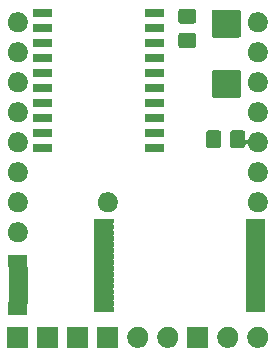
<source format=gbr>
G04 #@! TF.GenerationSoftware,KiCad,Pcbnew,(5.1.5)-3*
G04 #@! TF.CreationDate,2021-02-17T22:29:51-05:00*
G04 #@! TF.ProjectId,c128-sram256KB,63313238-2d73-4726-916d-3235364b422e,rev?*
G04 #@! TF.SameCoordinates,Original*
G04 #@! TF.FileFunction,Soldermask,Top*
G04 #@! TF.FilePolarity,Negative*
%FSLAX46Y46*%
G04 Gerber Fmt 4.6, Leading zero omitted, Abs format (unit mm)*
G04 Created by KiCad (PCBNEW (5.1.5)-3) date 2021-02-17 22:29:51*
%MOMM*%
%LPD*%
G04 APERTURE LIST*
%ADD10C,0.100000*%
G04 APERTURE END LIST*
D10*
G36*
X74422000Y-120269000D02*
G01*
X72898000Y-120269000D01*
X72898000Y-117221000D01*
X74422000Y-117221000D01*
X74422000Y-120269000D01*
G37*
X74422000Y-120269000D02*
X72898000Y-120269000D01*
X72898000Y-117221000D01*
X74422000Y-117221000D01*
X74422000Y-120269000D01*
G36*
X79641000Y-124091000D02*
G01*
X77839000Y-124091000D01*
X77839000Y-122289000D01*
X79641000Y-122289000D01*
X79641000Y-124091000D01*
G37*
G36*
X91553512Y-122293927D02*
G01*
X91702812Y-122323624D01*
X91866784Y-122391544D01*
X92014354Y-122490147D01*
X92139853Y-122615646D01*
X92238456Y-122763216D01*
X92306376Y-122927188D01*
X92341000Y-123101259D01*
X92341000Y-123278741D01*
X92306376Y-123452812D01*
X92238456Y-123616784D01*
X92139853Y-123764354D01*
X92014354Y-123889853D01*
X91866784Y-123988456D01*
X91702812Y-124056376D01*
X91553512Y-124086073D01*
X91528742Y-124091000D01*
X91351258Y-124091000D01*
X91326488Y-124086073D01*
X91177188Y-124056376D01*
X91013216Y-123988456D01*
X90865646Y-123889853D01*
X90740147Y-123764354D01*
X90641544Y-123616784D01*
X90573624Y-123452812D01*
X90539000Y-123278741D01*
X90539000Y-123101259D01*
X90573624Y-122927188D01*
X90641544Y-122763216D01*
X90740147Y-122615646D01*
X90865646Y-122490147D01*
X91013216Y-122391544D01*
X91177188Y-122323624D01*
X91326488Y-122293927D01*
X91351258Y-122289000D01*
X91528742Y-122289000D01*
X91553512Y-122293927D01*
G37*
G36*
X89801000Y-124091000D02*
G01*
X87999000Y-124091000D01*
X87999000Y-122289000D01*
X89801000Y-122289000D01*
X89801000Y-124091000D01*
G37*
G36*
X86473512Y-122293927D02*
G01*
X86622812Y-122323624D01*
X86786784Y-122391544D01*
X86934354Y-122490147D01*
X87059853Y-122615646D01*
X87158456Y-122763216D01*
X87226376Y-122927188D01*
X87261000Y-123101259D01*
X87261000Y-123278741D01*
X87226376Y-123452812D01*
X87158456Y-123616784D01*
X87059853Y-123764354D01*
X86934354Y-123889853D01*
X86786784Y-123988456D01*
X86622812Y-124056376D01*
X86473512Y-124086073D01*
X86448742Y-124091000D01*
X86271258Y-124091000D01*
X86246488Y-124086073D01*
X86097188Y-124056376D01*
X85933216Y-123988456D01*
X85785646Y-123889853D01*
X85660147Y-123764354D01*
X85561544Y-123616784D01*
X85493624Y-123452812D01*
X85459000Y-123278741D01*
X85459000Y-123101259D01*
X85493624Y-122927188D01*
X85561544Y-122763216D01*
X85660147Y-122615646D01*
X85785646Y-122490147D01*
X85933216Y-122391544D01*
X86097188Y-122323624D01*
X86246488Y-122293927D01*
X86271258Y-122289000D01*
X86448742Y-122289000D01*
X86473512Y-122293927D01*
G37*
G36*
X94093512Y-122293927D02*
G01*
X94242812Y-122323624D01*
X94406784Y-122391544D01*
X94554354Y-122490147D01*
X94679853Y-122615646D01*
X94778456Y-122763216D01*
X94846376Y-122927188D01*
X94881000Y-123101259D01*
X94881000Y-123278741D01*
X94846376Y-123452812D01*
X94778456Y-123616784D01*
X94679853Y-123764354D01*
X94554354Y-123889853D01*
X94406784Y-123988456D01*
X94242812Y-124056376D01*
X94093512Y-124086073D01*
X94068742Y-124091000D01*
X93891258Y-124091000D01*
X93866488Y-124086073D01*
X93717188Y-124056376D01*
X93553216Y-123988456D01*
X93405646Y-123889853D01*
X93280147Y-123764354D01*
X93181544Y-123616784D01*
X93113624Y-123452812D01*
X93079000Y-123278741D01*
X93079000Y-123101259D01*
X93113624Y-122927188D01*
X93181544Y-122763216D01*
X93280147Y-122615646D01*
X93405646Y-122490147D01*
X93553216Y-122391544D01*
X93717188Y-122323624D01*
X93866488Y-122293927D01*
X93891258Y-122289000D01*
X94068742Y-122289000D01*
X94093512Y-122293927D01*
G37*
G36*
X82181000Y-124091000D02*
G01*
X80379000Y-124091000D01*
X80379000Y-122289000D01*
X82181000Y-122289000D01*
X82181000Y-124091000D01*
G37*
G36*
X74561000Y-124091000D02*
G01*
X72759000Y-124091000D01*
X72759000Y-122289000D01*
X74561000Y-122289000D01*
X74561000Y-124091000D01*
G37*
G36*
X77101000Y-124091000D02*
G01*
X75299000Y-124091000D01*
X75299000Y-122289000D01*
X77101000Y-122289000D01*
X77101000Y-124091000D01*
G37*
G36*
X83933512Y-122293927D02*
G01*
X84082812Y-122323624D01*
X84246784Y-122391544D01*
X84394354Y-122490147D01*
X84519853Y-122615646D01*
X84618456Y-122763216D01*
X84686376Y-122927188D01*
X84721000Y-123101259D01*
X84721000Y-123278741D01*
X84686376Y-123452812D01*
X84618456Y-123616784D01*
X84519853Y-123764354D01*
X84394354Y-123889853D01*
X84246784Y-123988456D01*
X84082812Y-124056376D01*
X83933512Y-124086073D01*
X83908742Y-124091000D01*
X83731258Y-124091000D01*
X83706488Y-124086073D01*
X83557188Y-124056376D01*
X83393216Y-123988456D01*
X83245646Y-123889853D01*
X83120147Y-123764354D01*
X83021544Y-123616784D01*
X82953624Y-123452812D01*
X82919000Y-123278741D01*
X82919000Y-123101259D01*
X82953624Y-122927188D01*
X83021544Y-122763216D01*
X83120147Y-122615646D01*
X83245646Y-122490147D01*
X83393216Y-122391544D01*
X83557188Y-122323624D01*
X83706488Y-122293927D01*
X83731258Y-122289000D01*
X83908742Y-122289000D01*
X83933512Y-122293927D01*
G37*
G36*
X74410000Y-120119911D02*
G01*
X74412402Y-120144297D01*
X74419515Y-120167746D01*
X74431066Y-120189357D01*
X74438456Y-120199310D01*
X74446199Y-120208725D01*
X74452581Y-120216484D01*
X74457326Y-120225339D01*
X74457326Y-120225340D01*
X74460242Y-120234915D01*
X74460242Y-120234918D01*
X74460252Y-120234950D01*
X74461247Y-120245000D01*
X74461247Y-120245065D01*
X74461852Y-120251175D01*
X74461852Y-121238860D01*
X74460263Y-121254999D01*
X74457348Y-121264608D01*
X74452610Y-121273472D01*
X74446237Y-121281237D01*
X74438472Y-121287610D01*
X74429608Y-121292348D01*
X74419999Y-121295263D01*
X74403860Y-121296852D01*
X72916140Y-121296852D01*
X72900001Y-121295263D01*
X72890392Y-121292348D01*
X72881528Y-121287610D01*
X72873763Y-121281237D01*
X72867390Y-121273472D01*
X72862652Y-121264608D01*
X72859737Y-121254999D01*
X72858148Y-121238860D01*
X72858148Y-120251140D01*
X72859737Y-120235001D01*
X72862652Y-120225392D01*
X72867390Y-120216528D01*
X72881258Y-120199630D01*
X72881347Y-120199541D01*
X72881423Y-120199429D01*
X72881575Y-120199243D01*
X72881557Y-120199229D01*
X72895033Y-120179214D01*
X72904489Y-120156608D01*
X72909354Y-120132592D01*
X72910000Y-120119903D01*
X72910000Y-119195000D01*
X74410000Y-119195000D01*
X74410000Y-120119911D01*
G37*
G36*
X81746295Y-113144323D02*
G01*
X81753310Y-113146451D01*
X81759776Y-113149908D01*
X81765442Y-113154558D01*
X81770092Y-113160224D01*
X81773549Y-113166690D01*
X81775677Y-113173705D01*
X81777000Y-113187140D01*
X81777000Y-113500860D01*
X81775677Y-113514295D01*
X81773549Y-113521309D01*
X81766190Y-113535077D01*
X81756813Y-113557716D01*
X81752033Y-113581749D01*
X81752033Y-113606253D01*
X81756814Y-113630286D01*
X81766190Y-113652923D01*
X81773549Y-113666691D01*
X81775677Y-113673705D01*
X81777000Y-113687140D01*
X81777000Y-114000860D01*
X81775677Y-114014295D01*
X81773549Y-114021309D01*
X81766190Y-114035077D01*
X81756813Y-114057716D01*
X81752033Y-114081749D01*
X81752033Y-114106253D01*
X81756814Y-114130286D01*
X81766190Y-114152923D01*
X81773549Y-114166691D01*
X81775677Y-114173705D01*
X81777000Y-114187140D01*
X81777000Y-114500860D01*
X81775677Y-114514295D01*
X81773549Y-114521309D01*
X81766190Y-114535077D01*
X81756813Y-114557716D01*
X81752033Y-114581749D01*
X81752033Y-114606253D01*
X81756814Y-114630286D01*
X81766190Y-114652923D01*
X81773549Y-114666691D01*
X81775677Y-114673705D01*
X81777000Y-114687140D01*
X81777000Y-115000860D01*
X81775677Y-115014295D01*
X81773549Y-115021309D01*
X81766190Y-115035077D01*
X81756813Y-115057716D01*
X81752033Y-115081749D01*
X81752033Y-115106253D01*
X81756814Y-115130286D01*
X81766190Y-115152923D01*
X81773549Y-115166691D01*
X81775677Y-115173705D01*
X81777000Y-115187140D01*
X81777000Y-115500860D01*
X81775677Y-115514295D01*
X81773549Y-115521309D01*
X81766190Y-115535077D01*
X81756813Y-115557716D01*
X81752033Y-115581749D01*
X81752033Y-115606253D01*
X81756814Y-115630286D01*
X81766190Y-115652923D01*
X81773549Y-115666691D01*
X81775677Y-115673705D01*
X81777000Y-115687140D01*
X81777000Y-116000860D01*
X81775677Y-116014295D01*
X81773549Y-116021309D01*
X81766190Y-116035077D01*
X81756813Y-116057716D01*
X81752033Y-116081749D01*
X81752033Y-116106253D01*
X81756814Y-116130286D01*
X81766190Y-116152923D01*
X81773549Y-116166691D01*
X81775677Y-116173705D01*
X81777000Y-116187140D01*
X81777000Y-116500860D01*
X81775677Y-116514295D01*
X81773549Y-116521309D01*
X81766190Y-116535077D01*
X81756813Y-116557716D01*
X81752033Y-116581749D01*
X81752033Y-116606253D01*
X81756814Y-116630286D01*
X81766190Y-116652923D01*
X81773549Y-116666691D01*
X81775677Y-116673705D01*
X81777000Y-116687140D01*
X81777000Y-117000860D01*
X81775677Y-117014295D01*
X81773549Y-117021309D01*
X81766190Y-117035077D01*
X81756813Y-117057716D01*
X81752033Y-117081749D01*
X81752033Y-117106253D01*
X81756814Y-117130286D01*
X81766190Y-117152923D01*
X81773549Y-117166691D01*
X81775677Y-117173705D01*
X81777000Y-117187140D01*
X81777000Y-117500860D01*
X81775677Y-117514295D01*
X81773549Y-117521309D01*
X81766190Y-117535077D01*
X81756813Y-117557716D01*
X81752033Y-117581749D01*
X81752033Y-117606253D01*
X81756814Y-117630286D01*
X81766190Y-117652923D01*
X81773549Y-117666691D01*
X81775677Y-117673705D01*
X81777000Y-117687140D01*
X81777000Y-118000860D01*
X81775677Y-118014295D01*
X81773549Y-118021309D01*
X81766190Y-118035077D01*
X81756813Y-118057716D01*
X81752033Y-118081749D01*
X81752033Y-118106253D01*
X81756814Y-118130286D01*
X81766190Y-118152923D01*
X81773549Y-118166691D01*
X81775677Y-118173705D01*
X81777000Y-118187140D01*
X81777000Y-118500860D01*
X81775677Y-118514295D01*
X81773549Y-118521309D01*
X81766190Y-118535077D01*
X81756813Y-118557716D01*
X81752033Y-118581749D01*
X81752033Y-118606253D01*
X81756814Y-118630286D01*
X81766190Y-118652923D01*
X81773549Y-118666691D01*
X81775677Y-118673705D01*
X81777000Y-118687140D01*
X81777000Y-119000860D01*
X81775677Y-119014295D01*
X81773549Y-119021309D01*
X81766190Y-119035077D01*
X81756813Y-119057716D01*
X81752033Y-119081749D01*
X81752033Y-119106253D01*
X81756814Y-119130286D01*
X81766190Y-119152923D01*
X81773549Y-119166691D01*
X81775677Y-119173705D01*
X81777000Y-119187140D01*
X81777000Y-119500860D01*
X81775677Y-119514295D01*
X81773549Y-119521309D01*
X81766190Y-119535077D01*
X81756813Y-119557716D01*
X81752033Y-119581749D01*
X81752033Y-119606253D01*
X81756814Y-119630286D01*
X81766190Y-119652923D01*
X81773549Y-119666691D01*
X81775677Y-119673705D01*
X81777000Y-119687140D01*
X81777000Y-120000860D01*
X81775677Y-120014295D01*
X81773549Y-120021309D01*
X81766190Y-120035077D01*
X81756813Y-120057716D01*
X81752033Y-120081749D01*
X81752033Y-120106253D01*
X81756814Y-120130286D01*
X81766190Y-120152923D01*
X81773549Y-120166691D01*
X81775677Y-120173705D01*
X81777000Y-120187140D01*
X81777000Y-120500860D01*
X81775677Y-120514295D01*
X81773549Y-120521309D01*
X81766190Y-120535077D01*
X81756813Y-120557716D01*
X81752033Y-120581749D01*
X81752033Y-120606253D01*
X81756814Y-120630286D01*
X81766190Y-120652923D01*
X81773549Y-120666691D01*
X81775677Y-120673705D01*
X81777000Y-120687140D01*
X81777000Y-121000860D01*
X81775677Y-121014295D01*
X81773549Y-121021310D01*
X81770092Y-121027776D01*
X81765442Y-121033442D01*
X81759776Y-121038092D01*
X81753310Y-121041549D01*
X81746295Y-121043677D01*
X81732860Y-121045000D01*
X80169140Y-121045000D01*
X80155705Y-121043677D01*
X80148690Y-121041549D01*
X80142224Y-121038092D01*
X80136558Y-121033442D01*
X80131908Y-121027776D01*
X80128451Y-121021310D01*
X80126323Y-121014295D01*
X80125000Y-121000860D01*
X80125000Y-120687140D01*
X80126323Y-120673705D01*
X80128451Y-120666691D01*
X80135810Y-120652923D01*
X80145187Y-120630284D01*
X80149967Y-120606251D01*
X80149967Y-120581747D01*
X80145186Y-120557714D01*
X80135810Y-120535077D01*
X80128451Y-120521309D01*
X80126323Y-120514295D01*
X80125000Y-120500860D01*
X80125000Y-120187140D01*
X80126323Y-120173705D01*
X80128451Y-120166691D01*
X80135810Y-120152923D01*
X80145187Y-120130284D01*
X80149967Y-120106251D01*
X80149967Y-120081747D01*
X80145186Y-120057714D01*
X80135810Y-120035077D01*
X80128451Y-120021309D01*
X80126323Y-120014295D01*
X80125000Y-120000860D01*
X80125000Y-119687140D01*
X80126323Y-119673705D01*
X80128451Y-119666691D01*
X80135810Y-119652923D01*
X80145187Y-119630284D01*
X80149967Y-119606251D01*
X80149967Y-119581747D01*
X80145186Y-119557714D01*
X80135810Y-119535077D01*
X80128451Y-119521309D01*
X80126323Y-119514295D01*
X80125000Y-119500860D01*
X80125000Y-119187140D01*
X80126323Y-119173705D01*
X80128451Y-119166691D01*
X80135810Y-119152923D01*
X80145187Y-119130284D01*
X80149967Y-119106251D01*
X80149967Y-119081747D01*
X80145186Y-119057714D01*
X80135810Y-119035077D01*
X80128451Y-119021309D01*
X80126323Y-119014295D01*
X80125000Y-119000860D01*
X80125000Y-118687140D01*
X80126323Y-118673705D01*
X80128451Y-118666691D01*
X80135810Y-118652923D01*
X80145187Y-118630284D01*
X80149967Y-118606251D01*
X80149967Y-118581747D01*
X80145186Y-118557714D01*
X80135810Y-118535077D01*
X80128451Y-118521309D01*
X80126323Y-118514295D01*
X80125000Y-118500860D01*
X80125000Y-118187140D01*
X80126323Y-118173705D01*
X80128451Y-118166691D01*
X80135810Y-118152923D01*
X80145187Y-118130284D01*
X80149967Y-118106251D01*
X80149967Y-118081747D01*
X80145186Y-118057714D01*
X80135810Y-118035077D01*
X80128451Y-118021309D01*
X80126323Y-118014295D01*
X80125000Y-118000860D01*
X80125000Y-117687140D01*
X80126323Y-117673705D01*
X80128451Y-117666691D01*
X80135810Y-117652923D01*
X80145187Y-117630284D01*
X80149967Y-117606251D01*
X80149967Y-117581747D01*
X80145186Y-117557714D01*
X80135810Y-117535077D01*
X80128451Y-117521309D01*
X80126323Y-117514295D01*
X80125000Y-117500860D01*
X80125000Y-117187140D01*
X80126323Y-117173705D01*
X80128451Y-117166691D01*
X80135810Y-117152923D01*
X80145187Y-117130284D01*
X80149967Y-117106251D01*
X80149967Y-117081747D01*
X80145186Y-117057714D01*
X80135810Y-117035077D01*
X80128451Y-117021309D01*
X80126323Y-117014295D01*
X80125000Y-117000860D01*
X80125000Y-116687140D01*
X80126323Y-116673705D01*
X80128451Y-116666691D01*
X80135810Y-116652923D01*
X80145187Y-116630284D01*
X80149967Y-116606251D01*
X80149967Y-116581747D01*
X80145186Y-116557714D01*
X80135810Y-116535077D01*
X80128451Y-116521309D01*
X80126323Y-116514295D01*
X80125000Y-116500860D01*
X80125000Y-116187140D01*
X80126323Y-116173705D01*
X80128451Y-116166691D01*
X80135810Y-116152923D01*
X80145187Y-116130284D01*
X80149967Y-116106251D01*
X80149967Y-116081747D01*
X80145186Y-116057714D01*
X80135810Y-116035077D01*
X80128451Y-116021309D01*
X80126323Y-116014295D01*
X80125000Y-116000860D01*
X80125000Y-115687140D01*
X80126323Y-115673705D01*
X80128451Y-115666691D01*
X80135810Y-115652923D01*
X80145187Y-115630284D01*
X80149967Y-115606251D01*
X80149967Y-115581747D01*
X80145186Y-115557714D01*
X80135810Y-115535077D01*
X80128451Y-115521309D01*
X80126323Y-115514295D01*
X80125000Y-115500860D01*
X80125000Y-115187140D01*
X80126323Y-115173705D01*
X80128451Y-115166691D01*
X80135810Y-115152923D01*
X80145187Y-115130284D01*
X80149967Y-115106251D01*
X80149967Y-115081747D01*
X80145186Y-115057714D01*
X80135810Y-115035077D01*
X80128451Y-115021309D01*
X80126323Y-115014295D01*
X80125000Y-115000860D01*
X80125000Y-114687140D01*
X80126323Y-114673705D01*
X80128451Y-114666691D01*
X80135810Y-114652923D01*
X80145187Y-114630284D01*
X80149967Y-114606251D01*
X80149967Y-114581747D01*
X80145186Y-114557714D01*
X80135810Y-114535077D01*
X80128451Y-114521309D01*
X80126323Y-114514295D01*
X80125000Y-114500860D01*
X80125000Y-114187140D01*
X80126323Y-114173705D01*
X80128451Y-114166691D01*
X80135810Y-114152923D01*
X80145187Y-114130284D01*
X80149967Y-114106251D01*
X80149967Y-114081747D01*
X80145186Y-114057714D01*
X80135810Y-114035077D01*
X80128451Y-114021309D01*
X80126323Y-114014295D01*
X80125000Y-114000860D01*
X80125000Y-113687140D01*
X80126323Y-113673705D01*
X80128451Y-113666691D01*
X80135810Y-113652923D01*
X80145187Y-113630284D01*
X80149967Y-113606251D01*
X80149967Y-113581747D01*
X80145186Y-113557714D01*
X80135810Y-113535077D01*
X80128451Y-113521309D01*
X80126323Y-113514295D01*
X80125000Y-113500860D01*
X80125000Y-113187140D01*
X80126323Y-113173705D01*
X80128451Y-113166690D01*
X80131908Y-113160224D01*
X80136558Y-113154558D01*
X80142224Y-113149908D01*
X80148690Y-113146451D01*
X80155705Y-113144323D01*
X80169140Y-113143000D01*
X81732860Y-113143000D01*
X81746295Y-113144323D01*
G37*
G36*
X94596295Y-113144323D02*
G01*
X94603310Y-113146451D01*
X94609776Y-113149908D01*
X94615442Y-113154558D01*
X94620092Y-113160224D01*
X94623549Y-113166690D01*
X94625677Y-113173705D01*
X94627000Y-113187140D01*
X94627000Y-113500860D01*
X94625677Y-113514295D01*
X94623549Y-113521309D01*
X94616190Y-113535077D01*
X94606813Y-113557716D01*
X94602033Y-113581749D01*
X94602033Y-113606253D01*
X94606814Y-113630286D01*
X94616190Y-113652923D01*
X94623549Y-113666691D01*
X94625677Y-113673705D01*
X94627000Y-113687140D01*
X94627000Y-114000860D01*
X94625677Y-114014295D01*
X94623549Y-114021309D01*
X94616190Y-114035077D01*
X94606813Y-114057716D01*
X94602033Y-114081749D01*
X94602033Y-114106253D01*
X94606814Y-114130286D01*
X94616190Y-114152923D01*
X94623549Y-114166691D01*
X94625677Y-114173705D01*
X94627000Y-114187140D01*
X94627000Y-114500860D01*
X94625677Y-114514295D01*
X94623549Y-114521309D01*
X94616190Y-114535077D01*
X94606813Y-114557716D01*
X94602033Y-114581749D01*
X94602033Y-114606253D01*
X94606814Y-114630286D01*
X94616190Y-114652923D01*
X94623549Y-114666691D01*
X94625677Y-114673705D01*
X94627000Y-114687140D01*
X94627000Y-115000860D01*
X94625677Y-115014295D01*
X94623549Y-115021309D01*
X94616190Y-115035077D01*
X94606813Y-115057716D01*
X94602033Y-115081749D01*
X94602033Y-115106253D01*
X94606814Y-115130286D01*
X94616190Y-115152923D01*
X94623549Y-115166691D01*
X94625677Y-115173705D01*
X94627000Y-115187140D01*
X94627000Y-115500860D01*
X94625677Y-115514295D01*
X94623549Y-115521309D01*
X94616190Y-115535077D01*
X94606813Y-115557716D01*
X94602033Y-115581749D01*
X94602033Y-115606253D01*
X94606814Y-115630286D01*
X94616190Y-115652923D01*
X94623549Y-115666691D01*
X94625677Y-115673705D01*
X94627000Y-115687140D01*
X94627000Y-116000860D01*
X94625677Y-116014295D01*
X94623549Y-116021309D01*
X94616190Y-116035077D01*
X94606813Y-116057716D01*
X94602033Y-116081749D01*
X94602033Y-116106253D01*
X94606814Y-116130286D01*
X94616190Y-116152923D01*
X94623549Y-116166691D01*
X94625677Y-116173705D01*
X94627000Y-116187140D01*
X94627000Y-116500860D01*
X94625677Y-116514295D01*
X94623549Y-116521309D01*
X94616190Y-116535077D01*
X94606813Y-116557716D01*
X94602033Y-116581749D01*
X94602033Y-116606253D01*
X94606814Y-116630286D01*
X94616190Y-116652923D01*
X94623549Y-116666691D01*
X94625677Y-116673705D01*
X94627000Y-116687140D01*
X94627000Y-117000860D01*
X94625677Y-117014295D01*
X94623549Y-117021309D01*
X94616190Y-117035077D01*
X94606813Y-117057716D01*
X94602033Y-117081749D01*
X94602033Y-117106253D01*
X94606814Y-117130286D01*
X94616190Y-117152923D01*
X94623549Y-117166691D01*
X94625677Y-117173705D01*
X94627000Y-117187140D01*
X94627000Y-117500860D01*
X94625677Y-117514295D01*
X94623549Y-117521309D01*
X94616190Y-117535077D01*
X94606813Y-117557716D01*
X94602033Y-117581749D01*
X94602033Y-117606253D01*
X94606814Y-117630286D01*
X94616190Y-117652923D01*
X94623549Y-117666691D01*
X94625677Y-117673705D01*
X94627000Y-117687140D01*
X94627000Y-118000860D01*
X94625677Y-118014295D01*
X94623549Y-118021309D01*
X94616190Y-118035077D01*
X94606813Y-118057716D01*
X94602033Y-118081749D01*
X94602033Y-118106253D01*
X94606814Y-118130286D01*
X94616190Y-118152923D01*
X94623549Y-118166691D01*
X94625677Y-118173705D01*
X94627000Y-118187140D01*
X94627000Y-118500860D01*
X94625677Y-118514295D01*
X94623549Y-118521309D01*
X94616190Y-118535077D01*
X94606813Y-118557716D01*
X94602033Y-118581749D01*
X94602033Y-118606253D01*
X94606814Y-118630286D01*
X94616190Y-118652923D01*
X94623549Y-118666691D01*
X94625677Y-118673705D01*
X94627000Y-118687140D01*
X94627000Y-119000860D01*
X94625677Y-119014295D01*
X94623549Y-119021309D01*
X94616190Y-119035077D01*
X94606813Y-119057716D01*
X94602033Y-119081749D01*
X94602033Y-119106253D01*
X94606814Y-119130286D01*
X94616190Y-119152923D01*
X94623549Y-119166691D01*
X94625677Y-119173705D01*
X94627000Y-119187140D01*
X94627000Y-119500860D01*
X94625677Y-119514295D01*
X94623549Y-119521309D01*
X94616190Y-119535077D01*
X94606813Y-119557716D01*
X94602033Y-119581749D01*
X94602033Y-119606253D01*
X94606814Y-119630286D01*
X94616190Y-119652923D01*
X94623549Y-119666691D01*
X94625677Y-119673705D01*
X94627000Y-119687140D01*
X94627000Y-120000860D01*
X94625677Y-120014295D01*
X94623549Y-120021309D01*
X94616190Y-120035077D01*
X94606813Y-120057716D01*
X94602033Y-120081749D01*
X94602033Y-120106253D01*
X94606814Y-120130286D01*
X94616190Y-120152923D01*
X94623549Y-120166691D01*
X94625677Y-120173705D01*
X94627000Y-120187140D01*
X94627000Y-120500860D01*
X94625677Y-120514295D01*
X94623549Y-120521309D01*
X94616190Y-120535077D01*
X94606813Y-120557716D01*
X94602033Y-120581749D01*
X94602033Y-120606253D01*
X94606814Y-120630286D01*
X94616190Y-120652923D01*
X94623549Y-120666691D01*
X94625677Y-120673705D01*
X94627000Y-120687140D01*
X94627000Y-121000860D01*
X94625677Y-121014295D01*
X94623549Y-121021310D01*
X94620092Y-121027776D01*
X94615442Y-121033442D01*
X94609776Y-121038092D01*
X94603310Y-121041549D01*
X94596295Y-121043677D01*
X94582860Y-121045000D01*
X93019140Y-121045000D01*
X93005705Y-121043677D01*
X92998690Y-121041549D01*
X92992224Y-121038092D01*
X92986558Y-121033442D01*
X92981908Y-121027776D01*
X92978451Y-121021310D01*
X92976323Y-121014295D01*
X92975000Y-121000860D01*
X92975000Y-120687140D01*
X92976323Y-120673705D01*
X92978451Y-120666691D01*
X92985810Y-120652923D01*
X92995187Y-120630284D01*
X92999967Y-120606251D01*
X92999967Y-120581747D01*
X92995186Y-120557714D01*
X92985810Y-120535077D01*
X92978451Y-120521309D01*
X92976323Y-120514295D01*
X92975000Y-120500860D01*
X92975000Y-120187140D01*
X92976323Y-120173705D01*
X92978451Y-120166691D01*
X92985810Y-120152923D01*
X92995187Y-120130284D01*
X92999967Y-120106251D01*
X92999967Y-120081747D01*
X92995186Y-120057714D01*
X92985810Y-120035077D01*
X92978451Y-120021309D01*
X92976323Y-120014295D01*
X92975000Y-120000860D01*
X92975000Y-119687140D01*
X92976323Y-119673705D01*
X92978451Y-119666691D01*
X92985810Y-119652923D01*
X92995187Y-119630284D01*
X92999967Y-119606251D01*
X92999967Y-119581747D01*
X92995186Y-119557714D01*
X92985810Y-119535077D01*
X92978451Y-119521309D01*
X92976323Y-119514295D01*
X92975000Y-119500860D01*
X92975000Y-119187140D01*
X92976323Y-119173705D01*
X92978451Y-119166691D01*
X92985810Y-119152923D01*
X92995187Y-119130284D01*
X92999967Y-119106251D01*
X92999967Y-119081747D01*
X92995186Y-119057714D01*
X92985810Y-119035077D01*
X92978451Y-119021309D01*
X92976323Y-119014295D01*
X92975000Y-119000860D01*
X92975000Y-118687140D01*
X92976323Y-118673705D01*
X92978451Y-118666691D01*
X92985810Y-118652923D01*
X92995187Y-118630284D01*
X92999967Y-118606251D01*
X92999967Y-118581747D01*
X92995186Y-118557714D01*
X92985810Y-118535077D01*
X92978451Y-118521309D01*
X92976323Y-118514295D01*
X92975000Y-118500860D01*
X92975000Y-118187140D01*
X92976323Y-118173705D01*
X92978451Y-118166691D01*
X92985810Y-118152923D01*
X92995187Y-118130284D01*
X92999967Y-118106251D01*
X92999967Y-118081747D01*
X92995186Y-118057714D01*
X92985810Y-118035077D01*
X92978451Y-118021309D01*
X92976323Y-118014295D01*
X92975000Y-118000860D01*
X92975000Y-117687140D01*
X92976323Y-117673705D01*
X92978451Y-117666691D01*
X92985810Y-117652923D01*
X92995187Y-117630284D01*
X92999967Y-117606251D01*
X92999967Y-117581747D01*
X92995186Y-117557714D01*
X92985810Y-117535077D01*
X92978451Y-117521309D01*
X92976323Y-117514295D01*
X92975000Y-117500860D01*
X92975000Y-117187140D01*
X92976323Y-117173705D01*
X92978451Y-117166691D01*
X92985810Y-117152923D01*
X92995187Y-117130284D01*
X92999967Y-117106251D01*
X92999967Y-117081747D01*
X92995186Y-117057714D01*
X92985810Y-117035077D01*
X92978451Y-117021309D01*
X92976323Y-117014295D01*
X92975000Y-117000860D01*
X92975000Y-116687140D01*
X92976323Y-116673705D01*
X92978451Y-116666691D01*
X92985810Y-116652923D01*
X92995187Y-116630284D01*
X92999967Y-116606251D01*
X92999967Y-116581747D01*
X92995186Y-116557714D01*
X92985810Y-116535077D01*
X92978451Y-116521309D01*
X92976323Y-116514295D01*
X92975000Y-116500860D01*
X92975000Y-116187140D01*
X92976323Y-116173705D01*
X92978451Y-116166691D01*
X92985810Y-116152923D01*
X92995187Y-116130284D01*
X92999967Y-116106251D01*
X92999967Y-116081747D01*
X92995186Y-116057714D01*
X92985810Y-116035077D01*
X92978451Y-116021309D01*
X92976323Y-116014295D01*
X92975000Y-116000860D01*
X92975000Y-115687140D01*
X92976323Y-115673705D01*
X92978451Y-115666691D01*
X92985810Y-115652923D01*
X92995187Y-115630284D01*
X92999967Y-115606251D01*
X92999967Y-115581747D01*
X92995186Y-115557714D01*
X92985810Y-115535077D01*
X92978451Y-115521309D01*
X92976323Y-115514295D01*
X92975000Y-115500860D01*
X92975000Y-115187140D01*
X92976323Y-115173705D01*
X92978451Y-115166691D01*
X92985810Y-115152923D01*
X92995187Y-115130284D01*
X92999967Y-115106251D01*
X92999967Y-115081747D01*
X92995186Y-115057714D01*
X92985810Y-115035077D01*
X92978451Y-115021309D01*
X92976323Y-115014295D01*
X92975000Y-115000860D01*
X92975000Y-114687140D01*
X92976323Y-114673705D01*
X92978451Y-114666691D01*
X92985810Y-114652923D01*
X92995187Y-114630284D01*
X92999967Y-114606251D01*
X92999967Y-114581747D01*
X92995186Y-114557714D01*
X92985810Y-114535077D01*
X92978451Y-114521309D01*
X92976323Y-114514295D01*
X92975000Y-114500860D01*
X92975000Y-114187140D01*
X92976323Y-114173705D01*
X92978451Y-114166691D01*
X92985810Y-114152923D01*
X92995187Y-114130284D01*
X92999967Y-114106251D01*
X92999967Y-114081747D01*
X92995186Y-114057714D01*
X92985810Y-114035077D01*
X92978451Y-114021309D01*
X92976323Y-114014295D01*
X92975000Y-114000860D01*
X92975000Y-113687140D01*
X92976323Y-113673705D01*
X92978451Y-113666691D01*
X92985810Y-113652923D01*
X92995187Y-113630284D01*
X92999967Y-113606251D01*
X92999967Y-113581747D01*
X92995186Y-113557714D01*
X92985810Y-113535077D01*
X92978451Y-113521309D01*
X92976323Y-113514295D01*
X92975000Y-113500860D01*
X92975000Y-113187140D01*
X92976323Y-113173705D01*
X92978451Y-113166690D01*
X92981908Y-113160224D01*
X92986558Y-113154558D01*
X92992224Y-113149908D01*
X92998690Y-113146451D01*
X93005705Y-113144323D01*
X93019140Y-113143000D01*
X94582860Y-113143000D01*
X94596295Y-113144323D01*
G37*
G36*
X74419999Y-116194737D02*
G01*
X74429608Y-116197652D01*
X74438472Y-116202390D01*
X74446237Y-116208763D01*
X74452610Y-116216528D01*
X74457348Y-116225392D01*
X74460263Y-116235001D01*
X74461852Y-116251140D01*
X74461852Y-117238860D01*
X74460263Y-117254999D01*
X74457348Y-117264608D01*
X74452610Y-117273472D01*
X74438742Y-117290370D01*
X74438653Y-117290459D01*
X74438577Y-117290571D01*
X74438425Y-117290757D01*
X74438443Y-117290771D01*
X74424967Y-117310786D01*
X74415511Y-117333392D01*
X74410646Y-117357408D01*
X74410000Y-117370089D01*
X74410000Y-118295000D01*
X72910000Y-118295000D01*
X72910000Y-117370089D01*
X72907598Y-117345703D01*
X72900485Y-117322254D01*
X72888934Y-117300643D01*
X72881544Y-117290690D01*
X72873439Y-117280835D01*
X72867419Y-117273516D01*
X72862674Y-117264661D01*
X72861749Y-117261623D01*
X72859758Y-117255085D01*
X72859758Y-117255082D01*
X72859748Y-117255050D01*
X72858753Y-117245000D01*
X72858753Y-117244935D01*
X72858148Y-117238825D01*
X72858148Y-116251140D01*
X72859737Y-116235001D01*
X72862652Y-116225392D01*
X72867390Y-116216528D01*
X72873763Y-116208763D01*
X72881528Y-116202390D01*
X72890392Y-116197652D01*
X72900001Y-116194737D01*
X72916140Y-116193148D01*
X74403860Y-116193148D01*
X74419999Y-116194737D01*
G37*
G36*
X73908108Y-113482863D02*
G01*
X74062980Y-113547013D01*
X74202361Y-113640145D01*
X74320895Y-113758679D01*
X74414027Y-113898060D01*
X74478177Y-114052932D01*
X74510880Y-114217344D01*
X74510880Y-114384976D01*
X74478177Y-114549388D01*
X74414027Y-114704260D01*
X74320895Y-114843641D01*
X74202361Y-114962175D01*
X74062980Y-115055307D01*
X73908108Y-115119457D01*
X73743696Y-115152160D01*
X73576064Y-115152160D01*
X73411652Y-115119457D01*
X73256780Y-115055307D01*
X73117399Y-114962175D01*
X72998865Y-114843641D01*
X72905733Y-114704260D01*
X72841583Y-114549388D01*
X72808880Y-114384976D01*
X72808880Y-114217344D01*
X72841583Y-114052932D01*
X72905733Y-113898060D01*
X72998865Y-113758679D01*
X73117399Y-113640145D01*
X73256780Y-113547013D01*
X73411652Y-113482863D01*
X73576064Y-113450160D01*
X73743696Y-113450160D01*
X73908108Y-113482863D01*
G37*
G36*
X94228108Y-110942863D02*
G01*
X94382980Y-111007013D01*
X94522361Y-111100145D01*
X94640895Y-111218679D01*
X94734027Y-111358060D01*
X94798177Y-111512932D01*
X94830880Y-111677344D01*
X94830880Y-111844976D01*
X94798177Y-112009388D01*
X94734027Y-112164260D01*
X94640895Y-112303641D01*
X94522361Y-112422175D01*
X94382980Y-112515307D01*
X94228108Y-112579457D01*
X94063696Y-112612160D01*
X93896064Y-112612160D01*
X93731652Y-112579457D01*
X93576780Y-112515307D01*
X93437399Y-112422175D01*
X93318865Y-112303641D01*
X93225733Y-112164260D01*
X93161583Y-112009388D01*
X93128880Y-111844976D01*
X93128880Y-111677344D01*
X93161583Y-111512932D01*
X93225733Y-111358060D01*
X93318865Y-111218679D01*
X93437399Y-111100145D01*
X93576780Y-111007013D01*
X93731652Y-110942863D01*
X93896064Y-110910160D01*
X94063696Y-110910160D01*
X94228108Y-110942863D01*
G37*
G36*
X73908108Y-110942863D02*
G01*
X74062980Y-111007013D01*
X74202361Y-111100145D01*
X74320895Y-111218679D01*
X74414027Y-111358060D01*
X74478177Y-111512932D01*
X74510880Y-111677344D01*
X74510880Y-111844976D01*
X74478177Y-112009388D01*
X74414027Y-112164260D01*
X74320895Y-112303641D01*
X74202361Y-112422175D01*
X74062980Y-112515307D01*
X73908108Y-112579457D01*
X73743696Y-112612160D01*
X73576064Y-112612160D01*
X73411652Y-112579457D01*
X73256780Y-112515307D01*
X73117399Y-112422175D01*
X72998865Y-112303641D01*
X72905733Y-112164260D01*
X72841583Y-112009388D01*
X72808880Y-111844976D01*
X72808880Y-111677344D01*
X72841583Y-111512932D01*
X72905733Y-111358060D01*
X72998865Y-111218679D01*
X73117399Y-111100145D01*
X73256780Y-111007013D01*
X73411652Y-110942863D01*
X73576064Y-110910160D01*
X73743696Y-110910160D01*
X73908108Y-110942863D01*
G37*
G36*
X81528108Y-110942863D02*
G01*
X81682980Y-111007013D01*
X81822361Y-111100145D01*
X81940895Y-111218679D01*
X82034027Y-111358060D01*
X82098177Y-111512932D01*
X82130880Y-111677344D01*
X82130880Y-111844976D01*
X82098177Y-112009388D01*
X82034027Y-112164260D01*
X81940895Y-112303641D01*
X81822361Y-112422175D01*
X81682980Y-112515307D01*
X81528108Y-112579457D01*
X81363696Y-112612160D01*
X81196064Y-112612160D01*
X81031652Y-112579457D01*
X80876780Y-112515307D01*
X80737399Y-112422175D01*
X80618865Y-112303641D01*
X80525733Y-112164260D01*
X80461583Y-112009388D01*
X80428880Y-111844976D01*
X80428880Y-111677344D01*
X80461583Y-111512932D01*
X80525733Y-111358060D01*
X80618865Y-111218679D01*
X80737399Y-111100145D01*
X80876780Y-111007013D01*
X81031652Y-110942863D01*
X81196064Y-110910160D01*
X81363696Y-110910160D01*
X81528108Y-110942863D01*
G37*
G36*
X73908108Y-108402863D02*
G01*
X74062980Y-108467013D01*
X74202361Y-108560145D01*
X74320895Y-108678679D01*
X74414027Y-108818060D01*
X74478177Y-108972932D01*
X74510880Y-109137344D01*
X74510880Y-109304976D01*
X74478177Y-109469388D01*
X74414027Y-109624260D01*
X74320895Y-109763641D01*
X74202361Y-109882175D01*
X74062980Y-109975307D01*
X73908108Y-110039457D01*
X73743696Y-110072160D01*
X73576064Y-110072160D01*
X73411652Y-110039457D01*
X73256780Y-109975307D01*
X73117399Y-109882175D01*
X72998865Y-109763641D01*
X72905733Y-109624260D01*
X72841583Y-109469388D01*
X72808880Y-109304976D01*
X72808880Y-109137344D01*
X72841583Y-108972932D01*
X72905733Y-108818060D01*
X72998865Y-108678679D01*
X73117399Y-108560145D01*
X73256780Y-108467013D01*
X73411652Y-108402863D01*
X73576064Y-108370160D01*
X73743696Y-108370160D01*
X73908108Y-108402863D01*
G37*
G36*
X94228108Y-108402863D02*
G01*
X94382980Y-108467013D01*
X94522361Y-108560145D01*
X94640895Y-108678679D01*
X94734027Y-108818060D01*
X94798177Y-108972932D01*
X94830880Y-109137344D01*
X94830880Y-109304976D01*
X94798177Y-109469388D01*
X94734027Y-109624260D01*
X94640895Y-109763641D01*
X94522361Y-109882175D01*
X94382980Y-109975307D01*
X94228108Y-110039457D01*
X94063696Y-110072160D01*
X93896064Y-110072160D01*
X93731652Y-110039457D01*
X93576780Y-109975307D01*
X93437399Y-109882175D01*
X93318865Y-109763641D01*
X93225733Y-109624260D01*
X93161583Y-109469388D01*
X93128880Y-109304976D01*
X93128880Y-109137344D01*
X93161583Y-108972932D01*
X93225733Y-108818060D01*
X93318865Y-108678679D01*
X93437399Y-108560145D01*
X93576780Y-108467013D01*
X93731652Y-108402863D01*
X93896064Y-108370160D01*
X94063696Y-108370160D01*
X94228108Y-108402863D01*
G37*
G36*
X76569000Y-107539000D02*
G01*
X74967000Y-107539000D01*
X74967000Y-106837000D01*
X76569000Y-106837000D01*
X76569000Y-107539000D01*
G37*
G36*
X86069000Y-107539000D02*
G01*
X84467000Y-107539000D01*
X84467000Y-106837000D01*
X86069000Y-106837000D01*
X86069000Y-107539000D01*
G37*
G36*
X92750874Y-105679465D02*
G01*
X92788567Y-105690899D01*
X92823303Y-105709466D01*
X92853748Y-105734452D01*
X92878734Y-105764897D01*
X92897301Y-105799633D01*
X92908735Y-105837326D01*
X92913200Y-105882661D01*
X92913200Y-106412509D01*
X92915602Y-106436895D01*
X92922715Y-106460344D01*
X92934266Y-106481955D01*
X92949811Y-106500897D01*
X92968753Y-106516442D01*
X92990364Y-106527993D01*
X93013813Y-106535106D01*
X93038199Y-106537508D01*
X93062585Y-106535106D01*
X93086034Y-106527993D01*
X93107645Y-106516442D01*
X93126587Y-106500897D01*
X93142132Y-106481955D01*
X93153683Y-106460344D01*
X93160792Y-106436907D01*
X93161583Y-106432932D01*
X93225733Y-106278060D01*
X93318865Y-106138679D01*
X93437399Y-106020145D01*
X93576780Y-105927013D01*
X93731652Y-105862863D01*
X93896064Y-105830160D01*
X94063696Y-105830160D01*
X94228108Y-105862863D01*
X94382980Y-105927013D01*
X94522361Y-106020145D01*
X94640895Y-106138679D01*
X94734027Y-106278060D01*
X94798177Y-106432932D01*
X94830880Y-106597344D01*
X94830880Y-106764976D01*
X94798177Y-106929388D01*
X94734027Y-107084260D01*
X94640895Y-107223641D01*
X94522361Y-107342175D01*
X94382980Y-107435307D01*
X94228108Y-107499457D01*
X94063696Y-107532160D01*
X93896064Y-107532160D01*
X93731652Y-107499457D01*
X93576780Y-107435307D01*
X93437399Y-107342175D01*
X93318865Y-107223641D01*
X93225733Y-107084260D01*
X93161583Y-106929388D01*
X93160792Y-106925413D01*
X93153683Y-106901976D01*
X93142132Y-106880365D01*
X93126586Y-106861423D01*
X93107644Y-106845878D01*
X93086034Y-106834327D01*
X93062585Y-106827214D01*
X93038199Y-106824812D01*
X93013813Y-106827214D01*
X92990364Y-106834327D01*
X92968753Y-106845878D01*
X92949811Y-106861424D01*
X92934266Y-106880366D01*
X92922715Y-106901976D01*
X92915602Y-106925425D01*
X92913200Y-106949811D01*
X92913200Y-106969339D01*
X92908735Y-107014674D01*
X92897301Y-107052367D01*
X92878734Y-107087103D01*
X92853748Y-107117548D01*
X92823303Y-107142534D01*
X92788567Y-107161101D01*
X92750874Y-107172535D01*
X92705539Y-107177000D01*
X91868861Y-107177000D01*
X91823526Y-107172535D01*
X91785833Y-107161101D01*
X91751097Y-107142534D01*
X91720652Y-107117548D01*
X91695666Y-107087103D01*
X91677099Y-107052367D01*
X91665665Y-107014674D01*
X91661200Y-106969339D01*
X91661200Y-105882661D01*
X91665665Y-105837326D01*
X91677099Y-105799633D01*
X91695666Y-105764897D01*
X91720652Y-105734452D01*
X91751097Y-105709466D01*
X91785833Y-105690899D01*
X91823526Y-105679465D01*
X91868861Y-105675000D01*
X92705539Y-105675000D01*
X92750874Y-105679465D01*
G37*
G36*
X73908108Y-105862863D02*
G01*
X74062980Y-105927013D01*
X74202361Y-106020145D01*
X74320895Y-106138679D01*
X74414027Y-106278060D01*
X74478177Y-106432932D01*
X74510880Y-106597344D01*
X74510880Y-106764976D01*
X74478177Y-106929388D01*
X74414027Y-107084260D01*
X74320895Y-107223641D01*
X74202361Y-107342175D01*
X74062980Y-107435307D01*
X73908108Y-107499457D01*
X73743696Y-107532160D01*
X73576064Y-107532160D01*
X73411652Y-107499457D01*
X73256780Y-107435307D01*
X73117399Y-107342175D01*
X72998865Y-107223641D01*
X72905733Y-107084260D01*
X72841583Y-106929388D01*
X72808880Y-106764976D01*
X72808880Y-106597344D01*
X72841583Y-106432932D01*
X72905733Y-106278060D01*
X72998865Y-106138679D01*
X73117399Y-106020145D01*
X73256780Y-105927013D01*
X73411652Y-105862863D01*
X73576064Y-105830160D01*
X73743696Y-105830160D01*
X73908108Y-105862863D01*
G37*
G36*
X90700874Y-105679465D02*
G01*
X90738567Y-105690899D01*
X90773303Y-105709466D01*
X90803748Y-105734452D01*
X90828734Y-105764897D01*
X90847301Y-105799633D01*
X90858735Y-105837326D01*
X90863200Y-105882661D01*
X90863200Y-106969339D01*
X90858735Y-107014674D01*
X90847301Y-107052367D01*
X90828734Y-107087103D01*
X90803748Y-107117548D01*
X90773303Y-107142534D01*
X90738567Y-107161101D01*
X90700874Y-107172535D01*
X90655539Y-107177000D01*
X89818861Y-107177000D01*
X89773526Y-107172535D01*
X89735833Y-107161101D01*
X89701097Y-107142534D01*
X89670652Y-107117548D01*
X89645666Y-107087103D01*
X89627099Y-107052367D01*
X89615665Y-107014674D01*
X89611200Y-106969339D01*
X89611200Y-105882661D01*
X89615665Y-105837326D01*
X89627099Y-105799633D01*
X89645666Y-105764897D01*
X89670652Y-105734452D01*
X89701097Y-105709466D01*
X89735833Y-105690899D01*
X89773526Y-105679465D01*
X89818861Y-105675000D01*
X90655539Y-105675000D01*
X90700874Y-105679465D01*
G37*
G36*
X86069000Y-106269000D02*
G01*
X84467000Y-106269000D01*
X84467000Y-105567000D01*
X86069000Y-105567000D01*
X86069000Y-106269000D01*
G37*
G36*
X76569000Y-106269000D02*
G01*
X74967000Y-106269000D01*
X74967000Y-105567000D01*
X76569000Y-105567000D01*
X76569000Y-106269000D01*
G37*
G36*
X86069000Y-104999000D02*
G01*
X84467000Y-104999000D01*
X84467000Y-104297000D01*
X86069000Y-104297000D01*
X86069000Y-104999000D01*
G37*
G36*
X76569000Y-104999000D02*
G01*
X74967000Y-104999000D01*
X74967000Y-104297000D01*
X76569000Y-104297000D01*
X76569000Y-104999000D01*
G37*
G36*
X94228108Y-103322863D02*
G01*
X94382980Y-103387013D01*
X94522361Y-103480145D01*
X94640895Y-103598679D01*
X94734027Y-103738060D01*
X94798177Y-103892932D01*
X94830880Y-104057344D01*
X94830880Y-104224976D01*
X94798177Y-104389388D01*
X94734027Y-104544260D01*
X94640895Y-104683641D01*
X94522361Y-104802175D01*
X94382980Y-104895307D01*
X94228108Y-104959457D01*
X94063696Y-104992160D01*
X93896064Y-104992160D01*
X93731652Y-104959457D01*
X93576780Y-104895307D01*
X93437399Y-104802175D01*
X93318865Y-104683641D01*
X93225733Y-104544260D01*
X93161583Y-104389388D01*
X93128880Y-104224976D01*
X93128880Y-104057344D01*
X93161583Y-103892932D01*
X93225733Y-103738060D01*
X93318865Y-103598679D01*
X93437399Y-103480145D01*
X93576780Y-103387013D01*
X93731652Y-103322863D01*
X93896064Y-103290160D01*
X94063696Y-103290160D01*
X94228108Y-103322863D01*
G37*
G36*
X73908108Y-103322863D02*
G01*
X74062980Y-103387013D01*
X74202361Y-103480145D01*
X74320895Y-103598679D01*
X74414027Y-103738060D01*
X74478177Y-103892932D01*
X74510880Y-104057344D01*
X74510880Y-104224976D01*
X74478177Y-104389388D01*
X74414027Y-104544260D01*
X74320895Y-104683641D01*
X74202361Y-104802175D01*
X74062980Y-104895307D01*
X73908108Y-104959457D01*
X73743696Y-104992160D01*
X73576064Y-104992160D01*
X73411652Y-104959457D01*
X73256780Y-104895307D01*
X73117399Y-104802175D01*
X72998865Y-104683641D01*
X72905733Y-104544260D01*
X72841583Y-104389388D01*
X72808880Y-104224976D01*
X72808880Y-104057344D01*
X72841583Y-103892932D01*
X72905733Y-103738060D01*
X72998865Y-103598679D01*
X73117399Y-103480145D01*
X73256780Y-103387013D01*
X73411652Y-103322863D01*
X73576064Y-103290160D01*
X73743696Y-103290160D01*
X73908108Y-103322863D01*
G37*
G36*
X76569000Y-103729000D02*
G01*
X74967000Y-103729000D01*
X74967000Y-103027000D01*
X76569000Y-103027000D01*
X76569000Y-103729000D01*
G37*
G36*
X86069000Y-103729000D02*
G01*
X84467000Y-103729000D01*
X84467000Y-103027000D01*
X86069000Y-103027000D01*
X86069000Y-103729000D01*
G37*
G36*
X92406786Y-100564746D02*
G01*
X92437461Y-100574051D01*
X92465729Y-100589161D01*
X92490506Y-100609494D01*
X92510839Y-100634271D01*
X92525949Y-100662539D01*
X92535254Y-100693214D01*
X92539000Y-100731251D01*
X92539000Y-102742749D01*
X92535254Y-102780786D01*
X92525949Y-102811461D01*
X92510839Y-102839729D01*
X92490506Y-102864506D01*
X92465729Y-102884839D01*
X92437461Y-102899949D01*
X92406786Y-102909254D01*
X92368749Y-102913000D01*
X90257251Y-102913000D01*
X90219214Y-102909254D01*
X90188539Y-102899949D01*
X90160271Y-102884839D01*
X90135494Y-102864506D01*
X90115161Y-102839729D01*
X90100051Y-102811461D01*
X90090746Y-102780786D01*
X90087000Y-102742749D01*
X90087000Y-100731251D01*
X90090746Y-100693214D01*
X90100051Y-100662539D01*
X90115161Y-100634271D01*
X90135494Y-100609494D01*
X90160271Y-100589161D01*
X90188539Y-100574051D01*
X90219214Y-100564746D01*
X90257251Y-100561000D01*
X92368749Y-100561000D01*
X92406786Y-100564746D01*
G37*
G36*
X76569000Y-102459000D02*
G01*
X74967000Y-102459000D01*
X74967000Y-101757000D01*
X76569000Y-101757000D01*
X76569000Y-102459000D01*
G37*
G36*
X86069000Y-102459000D02*
G01*
X84467000Y-102459000D01*
X84467000Y-101757000D01*
X86069000Y-101757000D01*
X86069000Y-102459000D01*
G37*
G36*
X73908108Y-100782863D02*
G01*
X74062980Y-100847013D01*
X74202361Y-100940145D01*
X74320895Y-101058679D01*
X74414027Y-101198060D01*
X74478177Y-101352932D01*
X74510880Y-101517344D01*
X74510880Y-101684976D01*
X74478177Y-101849388D01*
X74414027Y-102004260D01*
X74320895Y-102143641D01*
X74202361Y-102262175D01*
X74062980Y-102355307D01*
X73908108Y-102419457D01*
X73743696Y-102452160D01*
X73576064Y-102452160D01*
X73411652Y-102419457D01*
X73256780Y-102355307D01*
X73117399Y-102262175D01*
X72998865Y-102143641D01*
X72905733Y-102004260D01*
X72841583Y-101849388D01*
X72808880Y-101684976D01*
X72808880Y-101517344D01*
X72841583Y-101352932D01*
X72905733Y-101198060D01*
X72998865Y-101058679D01*
X73117399Y-100940145D01*
X73256780Y-100847013D01*
X73411652Y-100782863D01*
X73576064Y-100750160D01*
X73743696Y-100750160D01*
X73908108Y-100782863D01*
G37*
G36*
X94228108Y-100782863D02*
G01*
X94382980Y-100847013D01*
X94522361Y-100940145D01*
X94640895Y-101058679D01*
X94734027Y-101198060D01*
X94798177Y-101352932D01*
X94830880Y-101517344D01*
X94830880Y-101684976D01*
X94798177Y-101849388D01*
X94734027Y-102004260D01*
X94640895Y-102143641D01*
X94522361Y-102262175D01*
X94382980Y-102355307D01*
X94228108Y-102419457D01*
X94063696Y-102452160D01*
X93896064Y-102452160D01*
X93731652Y-102419457D01*
X93576780Y-102355307D01*
X93437399Y-102262175D01*
X93318865Y-102143641D01*
X93225733Y-102004260D01*
X93161583Y-101849388D01*
X93128880Y-101684976D01*
X93128880Y-101517344D01*
X93161583Y-101352932D01*
X93225733Y-101198060D01*
X93318865Y-101058679D01*
X93437399Y-100940145D01*
X93576780Y-100847013D01*
X93731652Y-100782863D01*
X93896064Y-100750160D01*
X94063696Y-100750160D01*
X94228108Y-100782863D01*
G37*
G36*
X76569000Y-101189000D02*
G01*
X74967000Y-101189000D01*
X74967000Y-100487000D01*
X76569000Y-100487000D01*
X76569000Y-101189000D01*
G37*
G36*
X86069000Y-101189000D02*
G01*
X84467000Y-101189000D01*
X84467000Y-100487000D01*
X86069000Y-100487000D01*
X86069000Y-101189000D01*
G37*
G36*
X86069000Y-99919000D02*
G01*
X84467000Y-99919000D01*
X84467000Y-99217000D01*
X86069000Y-99217000D01*
X86069000Y-99919000D01*
G37*
G36*
X76569000Y-99919000D02*
G01*
X74967000Y-99919000D01*
X74967000Y-99217000D01*
X76569000Y-99217000D01*
X76569000Y-99919000D01*
G37*
G36*
X73908108Y-98242863D02*
G01*
X74062980Y-98307013D01*
X74202361Y-98400145D01*
X74320895Y-98518679D01*
X74414027Y-98658060D01*
X74478177Y-98812932D01*
X74510880Y-98977344D01*
X74510880Y-99144976D01*
X74478177Y-99309388D01*
X74414027Y-99464260D01*
X74320895Y-99603641D01*
X74202361Y-99722175D01*
X74062980Y-99815307D01*
X73908108Y-99879457D01*
X73743696Y-99912160D01*
X73576064Y-99912160D01*
X73411652Y-99879457D01*
X73256780Y-99815307D01*
X73117399Y-99722175D01*
X72998865Y-99603641D01*
X72905733Y-99464260D01*
X72841583Y-99309388D01*
X72808880Y-99144976D01*
X72808880Y-98977344D01*
X72841583Y-98812932D01*
X72905733Y-98658060D01*
X72998865Y-98518679D01*
X73117399Y-98400145D01*
X73256780Y-98307013D01*
X73411652Y-98242863D01*
X73576064Y-98210160D01*
X73743696Y-98210160D01*
X73908108Y-98242863D01*
G37*
G36*
X94228108Y-98242863D02*
G01*
X94382980Y-98307013D01*
X94522361Y-98400145D01*
X94640895Y-98518679D01*
X94734027Y-98658060D01*
X94798177Y-98812932D01*
X94830880Y-98977344D01*
X94830880Y-99144976D01*
X94798177Y-99309388D01*
X94734027Y-99464260D01*
X94640895Y-99603641D01*
X94522361Y-99722175D01*
X94382980Y-99815307D01*
X94228108Y-99879457D01*
X94063696Y-99912160D01*
X93896064Y-99912160D01*
X93731652Y-99879457D01*
X93576780Y-99815307D01*
X93437399Y-99722175D01*
X93318865Y-99603641D01*
X93225733Y-99464260D01*
X93161583Y-99309388D01*
X93128880Y-99144976D01*
X93128880Y-98977344D01*
X93161583Y-98812932D01*
X93225733Y-98658060D01*
X93318865Y-98518679D01*
X93437399Y-98400145D01*
X93576780Y-98307013D01*
X93731652Y-98242863D01*
X93896064Y-98210160D01*
X94063696Y-98210160D01*
X94228108Y-98242863D01*
G37*
G36*
X88599674Y-97431465D02*
G01*
X88637367Y-97442899D01*
X88672103Y-97461466D01*
X88702548Y-97486452D01*
X88727534Y-97516897D01*
X88746101Y-97551633D01*
X88757535Y-97589326D01*
X88762000Y-97634661D01*
X88762000Y-98471339D01*
X88757535Y-98516674D01*
X88746101Y-98554367D01*
X88727534Y-98589103D01*
X88702548Y-98619548D01*
X88672103Y-98644534D01*
X88637367Y-98663101D01*
X88599674Y-98674535D01*
X88554339Y-98679000D01*
X87467661Y-98679000D01*
X87422326Y-98674535D01*
X87384633Y-98663101D01*
X87349897Y-98644534D01*
X87319452Y-98619548D01*
X87294466Y-98589103D01*
X87275899Y-98554367D01*
X87264465Y-98516674D01*
X87260000Y-98471339D01*
X87260000Y-97634661D01*
X87264465Y-97589326D01*
X87275899Y-97551633D01*
X87294466Y-97516897D01*
X87319452Y-97486452D01*
X87349897Y-97461466D01*
X87384633Y-97442899D01*
X87422326Y-97431465D01*
X87467661Y-97427000D01*
X88554339Y-97427000D01*
X88599674Y-97431465D01*
G37*
G36*
X76569000Y-98649000D02*
G01*
X74967000Y-98649000D01*
X74967000Y-97947000D01*
X76569000Y-97947000D01*
X76569000Y-98649000D01*
G37*
G36*
X86069000Y-98649000D02*
G01*
X84467000Y-98649000D01*
X84467000Y-97947000D01*
X86069000Y-97947000D01*
X86069000Y-98649000D01*
G37*
G36*
X92406786Y-95464746D02*
G01*
X92437461Y-95474051D01*
X92465729Y-95489161D01*
X92490506Y-95509494D01*
X92510839Y-95534271D01*
X92525949Y-95562539D01*
X92535254Y-95593214D01*
X92539000Y-95631251D01*
X92539000Y-97642749D01*
X92535254Y-97680786D01*
X92525949Y-97711461D01*
X92510839Y-97739729D01*
X92490506Y-97764506D01*
X92465729Y-97784839D01*
X92437461Y-97799949D01*
X92406786Y-97809254D01*
X92368749Y-97813000D01*
X90257251Y-97813000D01*
X90219214Y-97809254D01*
X90188539Y-97799949D01*
X90160271Y-97784839D01*
X90135494Y-97764506D01*
X90115161Y-97739729D01*
X90100051Y-97711461D01*
X90090746Y-97680786D01*
X90087000Y-97642749D01*
X90087000Y-95631251D01*
X90090746Y-95593214D01*
X90100051Y-95562539D01*
X90115161Y-95534271D01*
X90135494Y-95509494D01*
X90160271Y-95489161D01*
X90188539Y-95474051D01*
X90219214Y-95464746D01*
X90257251Y-95461000D01*
X92368749Y-95461000D01*
X92406786Y-95464746D01*
G37*
G36*
X86069000Y-97379000D02*
G01*
X84467000Y-97379000D01*
X84467000Y-96677000D01*
X86069000Y-96677000D01*
X86069000Y-97379000D01*
G37*
G36*
X76569000Y-97379000D02*
G01*
X74967000Y-97379000D01*
X74967000Y-96677000D01*
X76569000Y-96677000D01*
X76569000Y-97379000D01*
G37*
G36*
X94228108Y-95702863D02*
G01*
X94382980Y-95767013D01*
X94522361Y-95860145D01*
X94640895Y-95978679D01*
X94734027Y-96118060D01*
X94798177Y-96272932D01*
X94830880Y-96437344D01*
X94830880Y-96604976D01*
X94798177Y-96769388D01*
X94734027Y-96924260D01*
X94640895Y-97063641D01*
X94522361Y-97182175D01*
X94382980Y-97275307D01*
X94228108Y-97339457D01*
X94063696Y-97372160D01*
X93896064Y-97372160D01*
X93731652Y-97339457D01*
X93576780Y-97275307D01*
X93437399Y-97182175D01*
X93318865Y-97063641D01*
X93225733Y-96924260D01*
X93161583Y-96769388D01*
X93128880Y-96604976D01*
X93128880Y-96437344D01*
X93161583Y-96272932D01*
X93225733Y-96118060D01*
X93318865Y-95978679D01*
X93437399Y-95860145D01*
X93576780Y-95767013D01*
X93731652Y-95702863D01*
X93896064Y-95670160D01*
X94063696Y-95670160D01*
X94228108Y-95702863D01*
G37*
G36*
X73908108Y-95702863D02*
G01*
X74062980Y-95767013D01*
X74202361Y-95860145D01*
X74320895Y-95978679D01*
X74414027Y-96118060D01*
X74478177Y-96272932D01*
X74510880Y-96437344D01*
X74510880Y-96604976D01*
X74478177Y-96769388D01*
X74414027Y-96924260D01*
X74320895Y-97063641D01*
X74202361Y-97182175D01*
X74062980Y-97275307D01*
X73908108Y-97339457D01*
X73743696Y-97372160D01*
X73576064Y-97372160D01*
X73411652Y-97339457D01*
X73256780Y-97275307D01*
X73117399Y-97182175D01*
X72998865Y-97063641D01*
X72905733Y-96924260D01*
X72841583Y-96769388D01*
X72808880Y-96604976D01*
X72808880Y-96437344D01*
X72841583Y-96272932D01*
X72905733Y-96118060D01*
X72998865Y-95978679D01*
X73117399Y-95860145D01*
X73256780Y-95767013D01*
X73411652Y-95702863D01*
X73576064Y-95670160D01*
X73743696Y-95670160D01*
X73908108Y-95702863D01*
G37*
G36*
X88599674Y-95381465D02*
G01*
X88637367Y-95392899D01*
X88672103Y-95411466D01*
X88702548Y-95436452D01*
X88727534Y-95466897D01*
X88746101Y-95501633D01*
X88757535Y-95539326D01*
X88762000Y-95584661D01*
X88762000Y-96421339D01*
X88757535Y-96466674D01*
X88746101Y-96504367D01*
X88727534Y-96539103D01*
X88702548Y-96569548D01*
X88672103Y-96594534D01*
X88637367Y-96613101D01*
X88599674Y-96624535D01*
X88554339Y-96629000D01*
X87467661Y-96629000D01*
X87422326Y-96624535D01*
X87384633Y-96613101D01*
X87349897Y-96594534D01*
X87319452Y-96569548D01*
X87294466Y-96539103D01*
X87275899Y-96504367D01*
X87264465Y-96466674D01*
X87260000Y-96421339D01*
X87260000Y-95584661D01*
X87264465Y-95539326D01*
X87275899Y-95501633D01*
X87294466Y-95466897D01*
X87319452Y-95436452D01*
X87349897Y-95411466D01*
X87384633Y-95392899D01*
X87422326Y-95381465D01*
X87467661Y-95377000D01*
X88554339Y-95377000D01*
X88599674Y-95381465D01*
G37*
G36*
X86069000Y-96109000D02*
G01*
X84467000Y-96109000D01*
X84467000Y-95407000D01*
X86069000Y-95407000D01*
X86069000Y-96109000D01*
G37*
G36*
X76569000Y-96109000D02*
G01*
X74967000Y-96109000D01*
X74967000Y-95407000D01*
X76569000Y-95407000D01*
X76569000Y-96109000D01*
G37*
M02*

</source>
